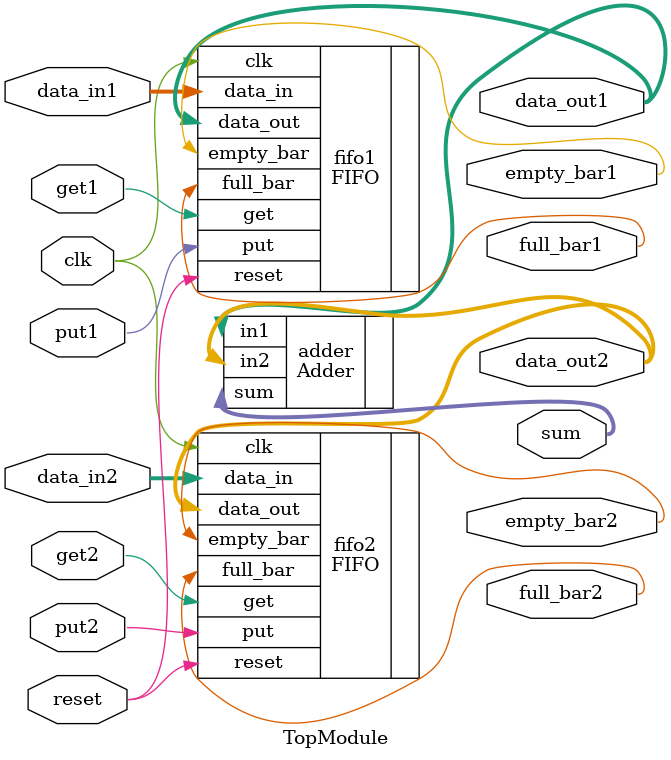
<source format=sv>

module TopModule (
  input clk,
  input reset,
  input put1, put2,
  input get1, get2,
  input [WIDTH-1:0] data_in1, data_in2,
  output empty_bar1, empty_bar2,
  output full_bar1, full_bar2,
  output [WIDTH-1:0] data_out1, data_out2,
  output [WIDTH-1:0] sum
);

parameter DEPTH = 8;
parameter WIDTH = 16;
parameter POINTER_WIDTH = 3;

wire  empty_bar2, full_bar1, full_bar2;
wire [WIDTH-1:0]   data_out2;
 

FIFO fifo1 (
  .clk(clk),
  .reset(reset),
  .put(put1),
  .get(get1),
  .data_in(data_in1),
  .empty_bar(empty_bar1),
  .full_bar(full_bar1),
  .data_out(data_out1)
);

FIFO fifo2 (
  .clk(clk),
  .reset(reset),
  .put(put2),
  .get(get2),
  .data_in(data_in2),
  .empty_bar(empty_bar2),
  .full_bar(full_bar2),
  .data_out(data_out2)
);

Adder adder (
  .in1(data_out1),
  .in2(data_out2),
  .sum(sum)
);

endmodule

</source>
